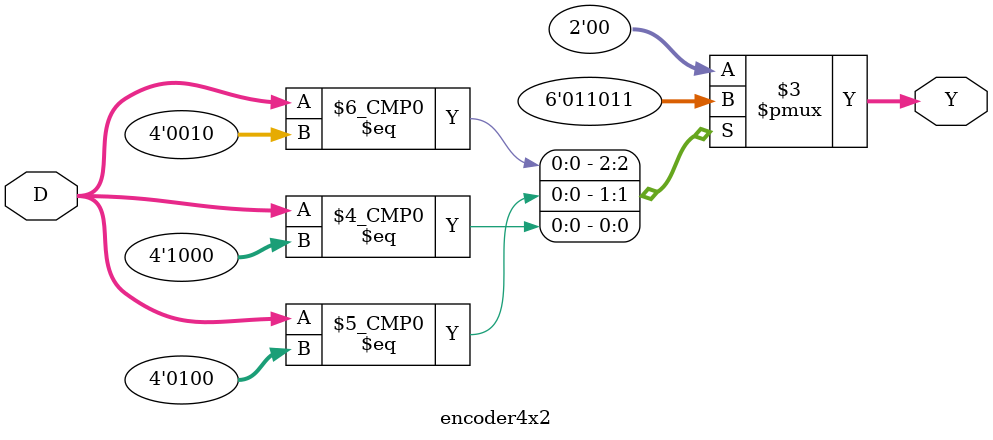
<source format=v>
module encoder4x2 (
    input [3:0] D,    // 4-bit input
    output reg [1:0] Y // 2-bit encoded output
);

always @(*) begin
    casez (D) // 'casez' allows don't-care conditions
        4'b0001: Y = 2'b00;
        4'b0010: Y = 2'b01;
        4'b0100: Y = 2'b10;
        4'b1000: Y = 2'b11;
        default: Y = 2'b00; // Handles multiple inputs or default cases
    endcase
end

endmodule
</source>
